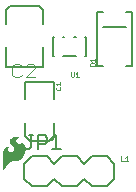
<source format=gbr>
G04 EAGLE Gerber RS-274X export*
G75*
%MOMM*%
%FSLAX34Y34*%
%LPD*%
%INSilkscreen Top*%
%IPPOS*%
%AMOC8*
5,1,8,0,0,1.08239X$1,22.5*%
G01*
%ADD10C,0.203200*%
%ADD11C,0.127000*%
%ADD12C,0.152400*%
%ADD13C,0.025400*%
%ADD14C,0.101600*%

G36*
X7630Y13871D02*
X7630Y13871D01*
X7634Y13869D01*
X7704Y13905D01*
X7714Y13910D01*
X7715Y13911D01*
X12587Y19393D01*
X13441Y20175D01*
X14431Y20764D01*
X14782Y20891D01*
X15150Y20956D01*
X17425Y20956D01*
X17430Y20958D01*
X17436Y20956D01*
X18800Y21080D01*
X18810Y21086D01*
X18822Y21084D01*
X20141Y21452D01*
X20149Y21460D01*
X20162Y21461D01*
X21392Y22061D01*
X21399Y22068D01*
X21410Y22071D01*
X22567Y22888D01*
X22572Y22896D01*
X22581Y22899D01*
X23612Y23871D01*
X23615Y23879D01*
X23621Y23881D01*
X23622Y23883D01*
X23624Y23884D01*
X24509Y24991D01*
X24511Y25001D01*
X24520Y25008D01*
X25467Y26689D01*
X25468Y26700D01*
X25476Y26710D01*
X26104Y28534D01*
X26103Y28545D01*
X26110Y28556D01*
X26398Y30463D01*
X26395Y30474D01*
X26400Y30486D01*
X26398Y30538D01*
X26390Y30790D01*
X26386Y30916D01*
X26386Y30917D01*
X26378Y31169D01*
X26370Y31422D01*
X26366Y31548D01*
X26358Y31800D01*
X26347Y32179D01*
X26339Y32414D01*
X26335Y32423D01*
X26337Y32435D01*
X26130Y33474D01*
X26125Y33482D01*
X26125Y33493D01*
X25767Y34490D01*
X25761Y34497D01*
X25760Y34508D01*
X25258Y35442D01*
X25249Y35449D01*
X25246Y35461D01*
X24339Y36598D01*
X24328Y36604D01*
X24321Y36617D01*
X23195Y37538D01*
X23152Y37550D01*
X23111Y37566D01*
X23106Y37564D01*
X23100Y37565D01*
X23062Y37544D01*
X23022Y37525D01*
X23019Y37519D01*
X23015Y37517D01*
X23007Y37488D01*
X22989Y37440D01*
X22989Y36560D01*
X22973Y36440D01*
X22929Y36337D01*
X22655Y35997D01*
X22294Y35749D01*
X22120Y35684D01*
X21582Y35626D01*
X21052Y35724D01*
X20564Y35973D01*
X19662Y36624D01*
X19250Y36978D01*
X18899Y37388D01*
X18616Y37846D01*
X18410Y38340D01*
X18351Y38640D01*
X18363Y38943D01*
X18520Y39462D01*
X18806Y39922D01*
X19201Y40292D01*
X19682Y40547D01*
X20172Y40686D01*
X20683Y40743D01*
X21286Y40743D01*
X21287Y40743D01*
X21309Y40752D01*
X21377Y40781D01*
X21412Y40873D01*
X21408Y40882D01*
X21374Y40958D01*
X21372Y40961D01*
X21371Y40962D01*
X21370Y40963D01*
X21349Y40983D01*
X21342Y40986D01*
X21338Y40994D01*
X20903Y41332D01*
X20888Y41336D01*
X20876Y41348D01*
X20372Y41569D01*
X20371Y41569D01*
X20015Y41721D01*
X19787Y41822D01*
X19777Y41823D01*
X19767Y41829D01*
X18889Y42049D01*
X18880Y42048D01*
X18870Y42052D01*
X17970Y42138D01*
X17960Y42134D01*
X17948Y42138D01*
X17080Y42072D01*
X17069Y42066D01*
X17056Y42067D01*
X16216Y41836D01*
X16206Y41828D01*
X16193Y41827D01*
X15413Y41439D01*
X15406Y41431D01*
X15395Y41428D01*
X14618Y40868D01*
X14614Y40861D01*
X14605Y40857D01*
X13909Y40199D01*
X13904Y40188D01*
X13893Y40180D01*
X13462Y39577D01*
X13459Y39562D01*
X13447Y39549D01*
X13180Y38857D01*
X13180Y38841D01*
X13172Y38826D01*
X13085Y38089D01*
X13090Y38074D01*
X13086Y38057D01*
X13185Y37322D01*
X13193Y37309D01*
X13193Y37292D01*
X13473Y36604D01*
X13482Y36595D01*
X13485Y36581D01*
X14672Y34823D01*
X14680Y34818D01*
X14684Y34807D01*
X16137Y33266D01*
X16507Y32831D01*
X16747Y32328D01*
X16849Y31780D01*
X16806Y31224D01*
X16620Y30699D01*
X16305Y30239D01*
X15880Y29874D01*
X15337Y29581D01*
X14751Y29383D01*
X14141Y29286D01*
X13430Y29321D01*
X12752Y29528D01*
X12146Y29893D01*
X11833Y30221D01*
X11627Y30625D01*
X11534Y31041D01*
X11534Y31469D01*
X11627Y31884D01*
X11699Y32022D01*
X11817Y32136D01*
X12641Y32735D01*
X12774Y32806D01*
X12912Y32834D01*
X13070Y32818D01*
X13113Y32832D01*
X13158Y32843D01*
X13160Y32847D01*
X13164Y32848D01*
X13184Y32889D01*
X13207Y32928D01*
X13206Y32932D01*
X13208Y32936D01*
X13193Y32979D01*
X13180Y33023D01*
X13177Y33025D01*
X13176Y33029D01*
X13138Y33048D01*
X13102Y33069D01*
X12619Y33145D01*
X12614Y33144D01*
X12609Y33146D01*
X11669Y33219D01*
X11660Y33216D01*
X11649Y33219D01*
X10709Y33146D01*
X10699Y33141D01*
X10687Y33142D01*
X9988Y32958D01*
X9978Y32950D01*
X9964Y32949D01*
X9316Y32628D01*
X9308Y32619D01*
X9294Y32615D01*
X8724Y32170D01*
X8718Y32159D01*
X8706Y32153D01*
X8236Y31603D01*
X8232Y31591D01*
X8221Y31582D01*
X7820Y30850D01*
X7819Y30837D01*
X7810Y30826D01*
X7570Y30027D01*
X7571Y30014D01*
X7565Y30001D01*
X7495Y29170D01*
X7497Y29164D01*
X7495Y29159D01*
X7495Y13995D01*
X7497Y13990D01*
X7495Y13986D01*
X7516Y13946D01*
X7533Y13904D01*
X7538Y13903D01*
X7540Y13898D01*
X7583Y13885D01*
X7625Y13869D01*
X7630Y13871D01*
G37*
D10*
X76200Y19050D02*
X82550Y25400D01*
X95250Y25400D01*
X101600Y19050D01*
X101600Y6350D02*
X95250Y0D01*
X82550Y0D01*
X76200Y6350D01*
X44450Y25400D02*
X31750Y25400D01*
X44450Y25400D02*
X50800Y19050D01*
X50800Y6350D02*
X44450Y0D01*
X50800Y19050D02*
X57150Y25400D01*
X69850Y25400D01*
X76200Y19050D01*
X76200Y6350D02*
X69850Y0D01*
X57150Y0D01*
X50800Y6350D01*
X25400Y6350D02*
X25400Y19050D01*
X31750Y25400D01*
X25400Y6350D02*
X31750Y0D01*
X44450Y0D01*
X101600Y6350D02*
X101600Y19050D01*
D11*
X27180Y31623D02*
X25273Y33530D01*
X27180Y31623D02*
X29086Y31623D01*
X30993Y33530D01*
X30993Y43063D01*
X29086Y43063D02*
X32900Y43063D01*
X36967Y43063D02*
X36967Y31623D01*
X36967Y43063D02*
X42687Y43063D01*
X44593Y41156D01*
X44593Y37343D01*
X42687Y35436D01*
X36967Y35436D01*
X48661Y39250D02*
X52474Y43063D01*
X52474Y31623D01*
X48661Y31623D02*
X56287Y31623D01*
D12*
X49276Y110006D02*
X49276Y126214D01*
X77724Y126214D02*
X77724Y110006D01*
X68724Y110006D02*
X58276Y110006D01*
X67776Y126214D02*
X68724Y126214D01*
X59224Y126214D02*
X58276Y126214D01*
X76776Y126214D02*
X77724Y126214D01*
X50224Y126214D02*
X49276Y126214D01*
X49276Y110006D02*
X50224Y110006D01*
X76776Y110006D02*
X77724Y110006D01*
D13*
X65033Y96396D02*
X65033Y93219D01*
X65668Y92583D01*
X66939Y92583D01*
X67575Y93219D01*
X67575Y96396D01*
X68775Y95125D02*
X70046Y96396D01*
X70046Y92583D01*
X68775Y92583D02*
X71317Y92583D01*
D10*
X87100Y101460D02*
X91600Y101460D01*
X87100Y101460D02*
X87100Y147460D01*
X91600Y147460D01*
X111600Y147460D02*
X116100Y147460D01*
X116100Y101460D01*
X111600Y101460D01*
X111600Y134460D02*
X91600Y134460D01*
D13*
X84963Y101727D02*
X81150Y101727D01*
X84963Y101727D02*
X84963Y103634D01*
X84327Y104269D01*
X81785Y104269D01*
X81150Y103634D01*
X81150Y101727D01*
X82421Y105469D02*
X81150Y106740D01*
X84963Y106740D01*
X84963Y105469D02*
X84963Y108011D01*
D10*
X26100Y88500D02*
X26100Y73500D01*
X26100Y88500D02*
X50100Y88500D01*
X50100Y73500D01*
X26100Y53500D02*
X26100Y42500D01*
X30100Y38500D01*
X46100Y38500D01*
X50100Y42500D01*
X50100Y53500D01*
D13*
X52034Y83449D02*
X52669Y84085D01*
X52034Y83449D02*
X52034Y82178D01*
X52669Y81543D01*
X55211Y81543D01*
X55847Y82178D01*
X55847Y83449D01*
X55211Y84085D01*
X53305Y85285D02*
X52034Y86556D01*
X55847Y86556D01*
X55847Y85285D02*
X55847Y87827D01*
D10*
X41400Y101000D02*
X41400Y118000D01*
X41400Y101000D02*
X9900Y101000D01*
X9900Y118000D01*
X40900Y137000D02*
X40900Y149000D01*
X37400Y153000D01*
X12900Y153000D01*
X9900Y149000D01*
X9900Y137000D01*
D14*
X21067Y103802D02*
X23016Y101853D01*
X21067Y103802D02*
X17169Y103802D01*
X15220Y101853D01*
X15220Y94057D01*
X17169Y92108D01*
X21067Y92108D01*
X23016Y94057D01*
X26914Y92108D02*
X34710Y92108D01*
X26914Y92108D02*
X34710Y99904D01*
X34710Y101853D01*
X32761Y103802D01*
X28863Y103802D01*
X26914Y101853D01*
D13*
X106943Y25276D02*
X106943Y21463D01*
X109485Y21463D01*
X110685Y24005D02*
X111956Y25276D01*
X111956Y21463D01*
X110685Y21463D02*
X113227Y21463D01*
M02*

</source>
